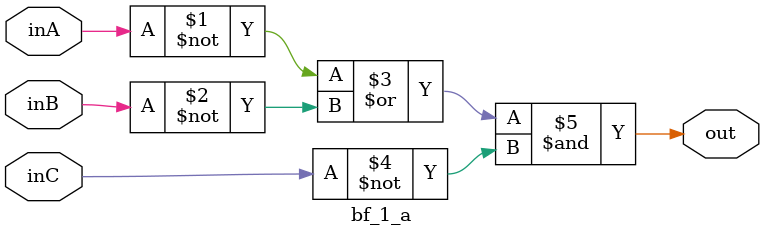
<source format=v>
`timescale 1ns / 1ps

module bf_1_a(inA, inB, inC, out);

input inA, inB, inC;
output out;

assign out = (~inA | ~inB) & (~inC);

endmodule

</source>
